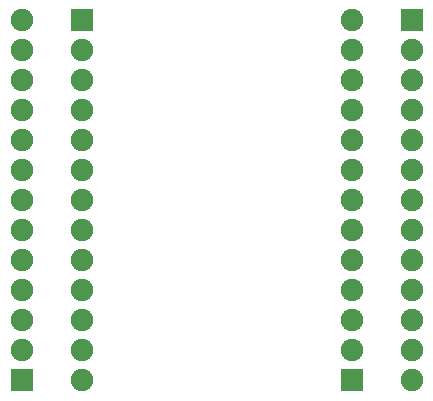
<source format=gbr>
G04 DipTrace 3.3.1.3*
G04 TopMask.gbr*
%MOIN*%
G04 #@! TF.FileFunction,Soldermask,Top*
G04 #@! TF.Part,Single*
%ADD19C,0.074809*%
%ADD21R,0.074809X0.074809*%
%FSLAX26Y26*%
G04*
G70*
G90*
G75*
G01*
G04 TopMask*
%LPD*%
D21*
X693700Y1943700D3*
D19*
Y1843700D3*
Y1743700D3*
Y1643700D3*
Y1543700D3*
Y1443700D3*
Y1343700D3*
Y1243700D3*
Y1143700D3*
Y1043700D3*
Y943700D3*
Y843700D3*
Y743700D3*
D21*
X1793700Y1943700D3*
D19*
Y1843700D3*
Y1743700D3*
Y1643700D3*
Y1543700D3*
Y1443700D3*
Y1343700D3*
Y1243700D3*
Y1143700D3*
Y1043700D3*
Y943700D3*
Y843700D3*
Y743700D3*
D21*
X493700D3*
D19*
Y843700D3*
Y943700D3*
Y1043700D3*
Y1143700D3*
Y1243700D3*
Y1343700D3*
Y1443700D3*
Y1543700D3*
Y1643700D3*
Y1743700D3*
Y1843700D3*
Y1943700D3*
D21*
X1593700Y743700D3*
D19*
Y843700D3*
Y943700D3*
Y1043700D3*
Y1143700D3*
Y1243700D3*
Y1343700D3*
Y1443700D3*
Y1543700D3*
Y1643700D3*
Y1743700D3*
Y1843700D3*
Y1943700D3*
M02*

</source>
